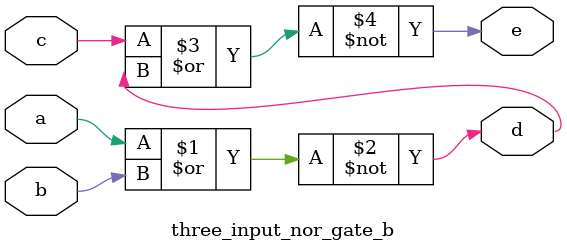
<source format=v>
`timescale 1ns / 1ps


module three_input_nor_gate_b(
    input a,
    input b,
    input c,
    output d,
    output e
    );
    
    assign d = ~(a | b);
    assign e = ~(c | d);
endmodule

</source>
